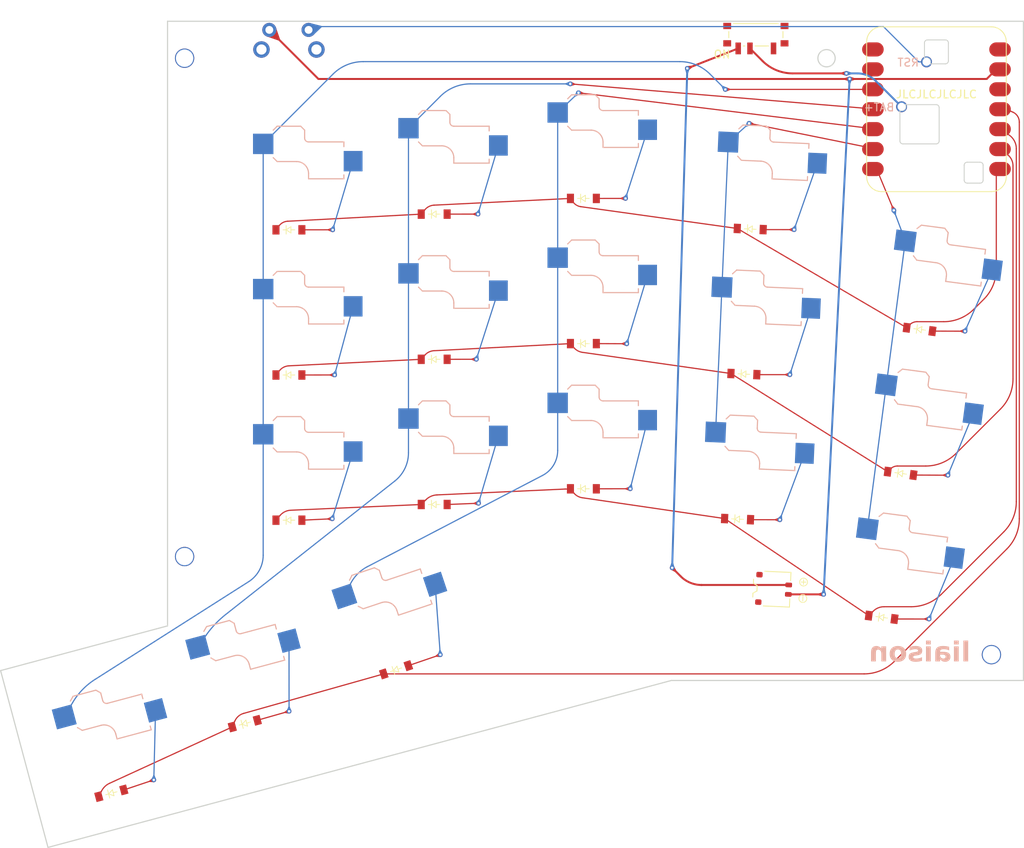
<source format=kicad_pcb>
(kicad_pcb (version 20240108) (generator "pcbnew") (generator_version "8.0")
  (title_block (title "Right") (rev "v1.0.0") (company "Unknown"))
  (layers (0 "F.Cu" signal) (31 "B.Cu" signal) (34 "B.Paste" user) (35 "F.Paste" user) (36 "B.SilkS" user "B.Silkscreen") (37 "F.SilkS" user "F.Silkscreen") (38 "B.Mask" user) (39 "F.Mask" user) (44 "Edge.Cuts" user))
  (net 0 "")
  (net 1 "D0")
  (net 2 "D1")
  (net 3 "C4")
  (net 4 "C3")
  (net 5 "C2")
  (net 6 "C1")
  (net 7 "C0")
  (net 8 "R0")
  (net 9 "R1")
  (net 10 "R2")
  (net 11 "R3")
  (net 12 "RAW3V3")
  (net 13 "RAW5V")
  (net 14 "GND")
  (net 15 "RST")
  (net 16 "BAT")
  (net 17 "mirror_pinky_bottom")
  (net 18 "mirror_pinky_home")
  (net 19 "mirror_pinky_top")
  (net 20 "mirror_ring_bottom")
  (net 21 "mirror_ring_home")
  (net 22 "mirror_ring_top")
  (net 23 "mirror_middle_bottom")
  (net 24 "mirror_middle_home")
  (net 25 "mirror_middle_top")
  (net 26 "mirror_index_bottom")
  (net 27 "mirror_index_home")
  (net 28 "mirror_index_top")
  (net 29 "mirror_inner_bottom")
  (net 30 "mirror_inner_home")
  (net 31 "mirror_inner_top")
  (net 32 "mirror_flexion_cluster")
  (net 33 "mirror_base_cluster")
  (net 34 "mirror_extension_cluster")
  (net 35 "BAT_CONN")
  (footprint "1:xiao_smd_xl_cutout_minimal" (layer "F.Cu") (at 343.670531 40.21654)
    (property "Reference" "MCU1" (hide yes))
    (property "Value" "" (hide yes))
    (fp_line (start -4.655408 0.101392) (end -4.655408 4.034592) (stroke (width 0.12)) (layer "Edge.Cuts"))
    (fp_line (start -4.274408 4.415592) (end -0.036608 4.415592) (stroke (width 0.12)) (layer "Edge.Cuts"))
    (fp_line (start -3.969608 -0.584408) (end -0.036608 -0.584408) (stroke (width 0.12)) (layer "Edge.Cuts"))
    (fp_line (start -1.530247 -6.470047) (end -1.530247 -8.451047) (stroke (width 0.12)) (layer "Edge.Cuts"))
    (fp_line (start -1.149247 -8.832047) (end 1.136553 -8.832047) (stroke (width 0.12)) (layer "Edge.Cuts"))
    (fp_line (start -0.844447 -5.784247) (end 1.136553 -5.784247) (stroke (width 0.12)) (layer "Edge.Cuts"))
    (fp_line (start 0.344392 -0.203408) (end 0.344392 4.034592) (stroke (width 0.12)) (layer "Edge.Cuts"))
    (fp_line (start 1.517553 -6.165247) (end 1.517553 -8.451047) (stroke (width 0.12)) (layer "Edge.Cuts"))
    (fp_line (start 3.530592 7.132409) (end 3.530592 9.037409) (stroke (width 0.12)) (layer "Edge.Cuts"))
    (fp_line (start 3.911592 6.751409) (end 5.562592 6.751409) (stroke (width 0.12)) (layer "Edge.Cuts"))
    (fp_line (start 3.911592 9.418409) (end 5.562592 9.418409) (stroke (width 0.12)) (layer "Edge.Cuts"))
    (fp_line (start 5.943592 7.132409) (end 5.943592 9.037409) (stroke (width 0.12)) (layer "Edge.Cuts"))
    (fp_arc (start -4.274408 4.415592) (mid -4.543816 4.304) (end -4.655408 4.034592) (stroke (width 0.12)) (layer "Edge.Cuts"))
    (fp_arc (start -3.969608 -0.584408) (mid -4.051799 0.019201) (end -4.655408 0.101392) (stroke (width 0.12)) (layer "Edge.Cuts"))
    (fp_arc (start -1.530247 -8.451047) (mid -1.418655 -8.720455) (end -1.149247 -8.832047) (stroke (width 0.12)) (layer "Edge.Cuts"))
    (fp_arc (start -1.530247 -6.470047) (mid -0.926638 -6.387856) (end -0.844447 -5.784247) (stroke (width 0.12)) (layer "Edge.Cuts"))
    (fp_arc (start -0.036608 -0.584408) (mid 0.2328 -0.472816) (end 0.344392 -0.203408) (stroke (width 0.12)) (layer "Edge.Cuts"))
    (fp_arc (start 0.344392 4.034592) (mid 0.2328 4.304) (end -0.036608 4.415592) (stroke (width 0.12)) (layer "Edge.Cuts"))
    (fp_arc (start 1.136553 -8.832047) (mid 1.405958 -8.720453) (end 1.517553 -8.451047) (stroke (width 0.12)) (layer "Edge.Cuts"))
    (fp_arc (start 1.517553 -6.165247) (mid 1.40596 -5.89584) (end 1.136553 -5.784247) (stroke (width 0.12)) (layer "Edge.Cuts"))
    (fp_arc (start 3.530592 7.132409) (mid 3.642181 6.862993) (end 3.911592 6.751409) (stroke (width 0.12)) (layer "Edge.Cuts"))
    (fp_arc (start 3.911592 9.418409) (mid 3.642186 9.306814) (end 3.530592 9.037409) (stroke (width 0.12)) (layer "Edge.Cuts"))
    (fp_arc (start 5.562592 6.751409) (mid 5.832002 6.862999) (end 5.943592 7.132409) (stroke (width 0.12)) (layer "Edge.Cuts"))
    (fp_arc (start 5.943592 9.037409) (mid 5.831996 9.306808) (end 5.562592 9.418409) (stroke (width 0.12)) (layer "Edge.Cuts"))
    (fp_text user "BAT+" (at -7.3 -0.25 0) (layer "B.SilkS") (effects (justify mirror)))
    (fp_text user "RST" (at -3.6 -5.95 0) (layer "B.SilkS") (effects (justify mirror)))
    (pad "1" smd oval (at -7.62 -7.62 180) (size 2.75 1.8) (drill (offset 0.475 0)) (layers "F.Cu" "F.Paste" "F.Mask") (net 1 "D0"))
    (pad "2" smd oval (at -7.62 -5.08 180) (size 2.75 1.8) (drill (offset 0.475 0)) (layers "F.Cu" "F.Paste" "F.Mask") (net 2 "D1"))
    (pad "3" smd oval (at -7.62 -2.54 180) (size 2.75 1.8) (drill (offset 0.475 0)) (layers "F.Cu" "F.Paste" "F.Mask") (net 3 "C4"))
    (pad "4" smd oval (at -7.62 0 180) (size 2.75 1.8) (drill (offset 0.475 0)) (layers "F.Cu" "F.Paste" "F.Mask") (net 4 "C3"))
    (pad "5" smd oval (at -7.62 2.54 180) (size 2.75 1.8) (drill (offset 0.475 0)) (layers "F.Cu" "F.Paste" "F.Mask") (net 5 "C2"))
    (pad "6" smd oval (at -7.62 5.08 180) (size 2.75 1.8) (drill (offset 0.475 0)) (layers "F.Cu" "F.Paste" "F.Mask") (net 6 "C1"))
    (pad "7" smd oval (at -7.62 7.62 180) (size 2.75 1.8) (drill (offset 0.475 0)) (layers "F.Cu" "F.Paste" "F.Mask") (net 7 "C0"))
    (pad "8" smd oval (at 7.62 7.62) (size 2.75 1.8) (drill (offset 0.475 0)) (layers "F.Cu" "F.Paste" "F.Mask") (net 8 "R0"))
    (pad "9" smd oval (at 7.62 5.08) (size 2.75 1.8) (drill (offset 0.475 0)) (layers "F.Cu" "F.Paste" "F.Mask") (net 9 "R1"))
    (pad "10" smd oval (at 7.62 2.54) (size 2.75 1.8) (drill (offset 0.475 0)) (layers "F.Cu" "F.Paste" "F.Mask") (net 10 "R2"))
    (pad "11" smd oval (at 7.62 0) (size 2.75 1.8) (drill (offset 0.475 0)) (layers "F.Cu" "F.Paste" "F.Mask") (net 11 "R3"))
    (pad "12" smd oval (at 7.62 -2.54) (size 2.75 1.8) (drill (offset 0.475 0)) (layers "F.Cu" "F.Paste" "F.Mask") (net 12 "RAW3V3"))
    (pad "13" smd oval (at 7.62 -5.08) (size 2.75 1.8) (drill (offset 0.475 0)) (layers "F.Cu" "F.Paste" "F.Mask") (net 14 "GND"))
    (pad "14" smd oval (at 7.62 -7.62) (size 2.75 1.8) (drill (offset 0.475 0)) (layers "F.Cu" "F.Paste" "F.Mask") (net 13 "RAW5V"))
    (pad "17" thru_hole circle (at -1.27 -6.032 90) (size 1.397 1.397) (drill 1.016) (layers "*.Cu" "*.Mask") (net 15 "RST"))
    (pad "19" thru_hole circle (at -4.445 -0.317 180) (size 1.397 1.397) (drill 1.016) (layers "*.Cu" "*.Mask") (net 16 "BAT"))
  )
  (footprint "ComboDiode" (layer "F.Cu") (at 261.2066 55.582685)
    (property "Reference" "D15" (hide yes))
    (property "Value" "")
    (pad "1" smd rect (at -1.65 0) (size 0.9 1.2) (layers "F.Cu" "F.Paste" "F.Mask") (net 8 "R0"))
    (pad "2" smd rect (at 1.65 0) (size 0.9 1.2) (layers "F.Cu" "F.Paste" "F.Mask") (net 31 "mirror_inner_top"))
  )
  (footprint "ComboDiode" (layer "F.Cu") (at 298.7066 70.082685)
    (property "Reference" "D8" (hide yes))
    (property "Value" "")
    (pad "1" smd rect (at -1.65 0) (size 0.9 1.2) (layers "F.Cu" "F.Paste" "F.Mask") (net 9 "R1"))
    (pad "2" smd rect (at 1.65 0) (size 0.9 1.2) (layers "F.Cu" "F.Paste" "F.Mask") (net 24 "mirror_middle_home"))
  )
  (footprint "ComboDiode" (layer "F.Cu") (at 298.7066 51.582685)
    (property "Reference" "D9" (hide yes))
    (property "Value" "")
    (pad "1" smd rect (at -1.65 0) (size 0.9 1.2) (layers "F.Cu" "F.Paste" "F.Mask") (net 8 "R0"))
    (pad "2" smd rect (at 1.65 0) (size 0.9 1.2) (layers "F.Cu" "F.Paste" "F.Mask") (net 25 "mirror_middle_top"))
  )
  (footprint "SKHLLCA010" (layer "F.Cu") (at 261.210531 31.35854)
    (property "Reference" "S19" (hide yes))
    (property "Value" "SKHLLCA010")
    (pad "1" thru_hole circle (at 2.5 -1.25) (size 1.8 1.8) (drill 1) (layers "*.Cu" "B.Mask") (net 15 "RST"))
    (pad "2" thru_hole circle (at -2.5 -1.25) (size 1.8 1.8) (drill 1) (layers "*.Cu" "B.Mask") (net 14 "GND"))
    (pad "MP" thru_hole circle (at -3.5 1.25) (size 2.1 2.1) (drill 1.3) (layers "*.Cu" "*.Mask"))
    (pad "MP" thru_hole circle (at 3.5 1.25) (size 2.1 2.1) (drill 1.3) (layers "*.Cu" "*.Mask"))
  )
  (footprint "conn_molex_pico_ezmate_1x02" (layer "F.Cu") (at 322.954492 101.354278 -92.5)
    (property "Reference" "CONN1" (hide yes))
    (property "Value" "")
    (pad "1" smd roundrect (at -0.6 -1.875 267.5) (size 0.6 0.85) (layers "F.Cu" "F.Paste" "F.Mask") (net 35 "BAT_CONN"))
    (pad "2" smd roundrect (at 0.6 -1.875 267.5) (size 0.6 0.85) (layers "F.Cu" "F.Paste" "F.Mask") (net 14 "GND"))
    (pad "MP" smd roundrect (at -1.75 1.9 267.5) (size 0.7 0.8) (layers "F.Cu" "F.Paste" "F.Mask"))
    (pad "MP" smd roundrect (at 1.75 1.9 267.5) (size 0.7 0.8) (layers "F.Cu" "F.Paste" "F.Mask"))
  )
  (footprint "ComboDiode" (layer "F.Cu") (at 279.7066 53.582685)
    (property "Reference" "D12" (hide yes))
    (property "Value" "")
    (pad "1" smd rect (at -1.65 0) (size 0.9 1.2) (layers "F.Cu" "F.Paste" "F.Mask") (net 8 "R0"))
    (pad "2" smd rect (at 1.65 0) (size 0.9 1.2) (layers "F.Cu" "F.Paste" "F.Mask") (net 28 "mirror_index_top"))
  )
  (footprint "mounting_hole" (layer "F.Cu") (at 247.920531 33.71654)
    (property "Reference" "H1" (hide yes))
    (property "Value" "")
    (pad "" thru_hole circle (at 0 0 180) (size 2.46 2.46) (drill 2.2) (layers "*.Cu" "*.Mask"))
  )
  (footprint "ComboDiode" (layer "F.Cu") (at 318.338609 92.447459 -2.5)
    (property "Reference" "D4" (hide yes))
    (property "Value" "")
    (pad "1" smd rect (at -1.65 0 357.5) (size 0.9 1.2) (layers "F.Cu" "F.Paste" "F.Mask") (net 10 "R2"))
    (pad "2" smd rect (at 1.65 0 357.5) (size 0.9 1.2) (layers "F.Cu" "F.Paste" "F.Mask") (net 20 "mirror_ring_bottom"))
  )
  (footprint "ComboDiode" (layer "F.Cu") (at 261.2066 74.082685)
    (property "Reference" "D14" (hide yes))
    (property "Value" "")
    (pad "1" smd rect (at -1.65 0) (size 0.9 1.2) (layers "F.Cu" "F.Paste" "F.Mask") (net 9 "R1"))
    (pad "2" smd rect (at 1.65 0) (size 0.9 1.2) (layers "F.Cu" "F.Paste" "F.Mask") (net 30 "mirror_inner_home"))
  )
  (footprint "ComboDiode" (layer "F.Cu") (at 274.850277 111.64179 18.5)
    (property "Reference" "D16" (hide yes))
    (property "Value" "")
    (pad "1" smd rect (at -1.65 0 18.5) (size 0.9 1.2) (layers "F.Cu" "F.Paste" "F.Mask") (net 11 "R3"))
    (pad "2" smd rect (at 1.65 0 18.5) (size 0.9 1.2) (layers "F.Cu" "F.Paste" "F.Mask") (net 32 "mirror_flexion_cluster"))
  )
  (footprint "ComboDiode" (layer "F.Cu") (at 261.2066 92.582685)
    (property "Reference" "D13" (hide yes))
    (property "Value" "")
    (pad "1" smd rect (at -1.65 0) (size 0.9 1.2) (layers "F.Cu" "F.Paste" "F.Mask") (net 10 "R2"))
    (pad "2" smd rect (at 1.65 0) (size 0.9 1.2) (layers "F.Cu" "F.Paste" "F.Mask") (net 29 "mirror_inner_bottom"))
  )
  (footprint "ComboDiode" (layer "F.Cu") (at 339.103165 86.615494 -7.5)
    (property "Reference" "D2" (hide yes))
    (property "Value" "")
    (pad "1" smd rect (at -1.65 0 352.5) (size 0.9 1.2) (layers "F.Cu" "F.Paste" "F.Mask") (net 9 "R1"))
    (pad "2" smd rect (at 1.65 0 352.5) (size 0.9 1.2) (layers "F.Cu" "F.Paste" "F.Mask") (net 18 "mirror_pinky_home"))
  )
  (footprint "ComboDiode" (layer "F.Cu") (at 279.7066 90.582685)
    (property "Reference" "D10" (hide yes))
    (property "Value" "")
    (pad "1" smd rect (at -1.65 0) (size 0.9 1.2) (layers "F.Cu" "F.Paste" "F.Mask") (net 10 "R2"))
    (pad "2" smd rect (at 1.65 0) (size 0.9 1.2) (layers "F.Cu" "F.Paste" "F.Mask") (net 26 "mirror_index_bottom"))
  )
  (footprint "mounting_hole" (layer "F.Cu") (at 247.920531 97.21654)
    (property "Reference" "H3" (hide yes))
    (property "Value" "")
    (pad "" thru_hole circle (at 0 0 180) (size 2.46 2.46) (drill 2.2) (layers "*.Cu" "*.Mask"))
  )
  (footprint "ComboDiode" (layer "F.Cu") (at 319.952526 55.482674 -2.5)
    (property "Reference" "D6" (hide yes))
    (property "Value" "")
    (pad "1" smd rect (at -1.65 0 357.5) (size 0.9 1.2) (layers "F.Cu" "F.Paste" "F.Mask") (net 8 "R0"))
    (pad "2" smd rect (at 1.65 0 357.5) (size 0.9 1.2) (layers "F.Cu" "F.Paste" "F.Mask") (net 22 "mirror_ring_top"))
  )
  (footprint "icon_bat" (layer "F.Cu") (at 326.700923 101.517851 -92.5)
    (property "Reference" "ICON1" (hide yes))
    (property "Value" "")
  )
  (footprint "power_switch" (layer "F.Cu") (at 320.670531 30.73354 90)
    (property "Reference" "SW1" (hide yes))
    (property "Value" "")
    (pad "" smd rect (at -1.085 -3.65 180) (size 1 0.8) (layers "F.Cu" "F.Paste" "F.Mask"))
    (pad "" smd rect (at -1.085 3.65 180) (size 1 0.8) (layers "F.Cu" "F.Paste" "F.Mask"))
    (pad "" np_thru_hole circle (at 0.025 -1.5 180) (size 0.9 0.9) (drill 0.9) (layers "*.Cu" "*.Mask"))
    (pad "" np_thru_hole circle (at 0.025 1.5 180) (size 0.9 0.9) (drill 0.9) (layers "*.Cu" "*.Mask"))
    (pad "" smd rect (at 1.125 -3.65 180) (size 1 0.8) (layers "F.Cu" "F.Paste" "F.Mask"))
    (pad "" smd rect (at 1.125 3.65 180) (size 1 0.8) (layers "F.Cu" "F.Paste" "F.Mask"))
    (pad "1" smd rect (at -1.735 2.25 180) (size 0.7 1.5) (layers "F.Cu" "F.Paste" "F.Mask"))
    (pad "2" smd rect (at -1.735 -0.75 180) (size 0.7 1.5) (layers "F.Cu" "F.Paste" "F.Mask") (net 16 "BAT"))
    (pad "3" smd rect (at -1.735 -2.25 180) (size 0.7 1.5) (layers "F.Cu" "F.Paste" "F.Mask") (net 35 "BAT_CONN"))
  )
  (footprint "ComboDiode" (layer "F.Cu") (at 255.587699 118.50284 15)
    (property "Reference" "D17" (hide yes))
    (property "Value" "")
    (pad "1" smd rect (at -1.65 -0.000001 15) (size 0.9 1.2) (layers "F.Cu" "F.Paste" "F.Mask") (net 11 "R3"))
    (pad "2" smd rect (at 1.65 0.000001 15) (size 0.9 1.2) (layers "F.Cu" "F.Paste" "F.Mask") (net 33 "mirror_base_cluster"))
  )
  (footprint "ComboDiode" (layer "F.Cu") (at 319.145568 73.965066 -2.5)
    (property "Reference" "D5" (hide yes))
    (property "Value" "")
    (pad "1" smd rect (at -1.65 0 357.5) (size 0.9 1.2) (layers "F.Cu" "F.Paste" "F.Mask") (net 9 "R1"))
    (pad "2" smd rect (at 1.65 0 357.5) (size 0.9 1.2) (layers "F.Cu" "F.Paste" "F.Mask") (net 21 "mirror_ring_home"))
  )
  (footprint "ComboDiode" (layer "F.Cu") (at 298.7066 88.582685)
    (property "Reference" "D7" (hide yes))
    (property "Value" "")
    (pad "1" smd rect (at -1.65 0) (size 0.9 1.2) (layers "F.Cu" "F.Paste" "F.Mask") (net 10 "R2"))
    (pad "2" smd rect (at 1.65 0) (size 0.9 1.2) (layers "F.Cu" "F.Paste" "F.Mask") (net 23 "mirror_middle_bottom"))
  )
  (footprint "ComboDiode" (layer "F.Cu") (at 341.5179 68.273765 -7.5)
    (property "Reference" "D3" (hide yes))
    (property "Value" "")
    (pad "1" smd rect (at -1.65 0 352.5) (size 0.9 1.2) (layers "F.Cu" "F.Paste" "F.Mask") (net 8 "R0"))
    (pad "2" smd rect (at 1.65 0 352.5) (size 0.9 1.2) (layers "F.Cu" "F.Paste" "F.Mask") (net 19 "mirror_pinky_top"))
  )
  (footprint "mounting_hole" (layer "F.Cu") (at 350.670531 109.71654)
    (property "Reference" "H2" (hide yes))
    (property "Value" "" (hide yes))
    (pad "" thru_hole circle (at 0 0 180) (size 2.46 2.46) (drill 2.2) (layers "*.Cu" "*.Mask"))
  )
  (footprint "ComboDiode" (layer "F.Cu") (at 279.7066 72.082685)
    (property "Reference" "D11" (hide yes))
    (property "Value" "")
    (pad "1" smd rect (at -1.65 0) (size 0.9 1.2) (layers "F.Cu" "F.Paste" "F.Mask") (net 9 "R1"))
    (pad "2" smd rect (at 1.65 0) (size 0.9 1.2) (layers "F.Cu" "F.Paste" "F.Mask") (net 27 "mirror_index_home"))
  )
  (footprint "ComboDiode" (layer "F.Cu") (at 336.688431 104.957224 -7.5)
    (property "Reference" "D1" (hide yes))
    (property "Value" "")
    (pad "1" smd rect (at -1.65 0 352.5) (size 0.9 1.2) (layers "F.Cu" "F.Paste" "F.Mask") (net 10 "R2"))
    (pad "2" smd rect (at 1.65 0 352.5) (size 0.9 1.2) (layers "F.Cu" "F.Paste" "F.Mask") (net 17 "mirror_pinky_bottom"))
  )
  (footprint "ComboDiode" (layer "F.Cu") (at 238.590403 127.378164 15)
    (property "Reference" "D18" (hide yes))
    (property "Value" "")
    (pad "1" smd rect (at -1.65 -0.000001 15) (size 0.9 1.2) (layers "F.Cu" "F.Paste" "F.Mask") (net 11 "R3"))
    (pad "2" smd rect (at 1.65 0.000001 15) (size 0.9 1.2) (layers "F.Cu" "F.Paste" "F.Mask") (net 34 "mirror_extension_cluster"))
  )
  (footprint "ceoloide:switch_choc_v1_v2" (layer "B.Cu") (at 337.341062 100 -7.5)
    (property "Reference" "S1" (hide yes))
    (property "Value" "")
    (pad "" np_thru_hole circle (at -5.5 0 352.5) (size 1.9 1.9) (drill 1.9) (layers "*.Cu"))
    (pad "" np_thru_hole circle (at 0 -5.95 352.5) (size 3 3) (drill 3) (layers "*.Cu" "*.Mask"))
    (pad "" np_thru_hole circle (at 0 0 352.5) (size 5 5) (drill 5) (layers "*.Cu"))
    (pad "" np_thru_hole circle (at 5.000001 -3.75 187.5) (size 3 3) (drill 3) (layers "*.Cu" "*.Mask"))
    (pad "" np_thru_hole circle (at 5.5 0 352.5) (size 1.9 1.9) (drill 1.9) (layers "*.Cu"))
    (pad "1" smd rect (at -3.275 -5.95 352.5) (size 2.6 2.6) (layers "B.Cu" "B.Paste" "B.Mask") (net 7 "C0"))
    (pad "2" smd rect (at 8.175 -3.75 352.5) (size 2.4 2.6) (layers "B.Cu" "B.Paste" "B.Mask") (net 17 "mirror_pinky_bottom"))
  )
  (footprint "ceoloide:switch_choc_v1_v2" (layer "B.Cu") (at 279.7066 85.582685)
    (property "Reference" "S10" (hide yes))
    (property "Value" "")
    (pad "" np_thru_hole circle (at -5.5 0) (size 1.9 1.9) (drill 1.9) (layers "*.Cu"))
    (pad "" np_thru_hole circle (at 0 -5.95) (size 3 3) (drill 3) (layers "*.Cu" "*.Mask"))
    (pad "" np_thru_hole circle (at 0 0) (size 5 5) (drill 5) (layers "*.Cu"))
    (pad "" np_thru_hole circle (at 5 -3.75 195) (size 3 3) (drill 3) (layers "*.Cu" "*.Mask"))
    (pad "" np_thru_hole circle (at 5.5 0) (size 1.9 1.9) (drill 1.9) (layers "*.Cu"))
    (pad "1" smd rect (at -3.275 -5.95) (size 2.6 2.6) (layers "B.Cu" "B.Paste" "B.Mask") (net 4 "C3"))
    (pad "2" smd rect (at 8.175 -3.75) (size 2.4 2.6) (layers "B.Cu" "B.Paste" "B.Mask") (net 26 "mirror_index_bottom"))
  )
  (footprint "ceoloide:switch_choc_v1_v2" (layer "B.Cu") (at 320.170623 50.487433 -2.5)
    (property "Reference" "S6" (hide yes))
    (property "Value" "")
    (pad "" np_thru_hole circle (at -5.5 0 357.5) (size 1.9 1.9) (drill 1.9) (layers "*.Cu"))
    (pad "" np_thru_hole circle (at 0 -5.95 357.5) (size 3 3) (drill 3) (layers "*.Cu" "*.Mask"))
    (pad "" np_thru_hole circle (at 0 0 357.5) (size 5 5) (drill 5) (layers "*.Cu"))
    (pad "" np_thru_hole circle (at 5 -3.75 192.5) (size 3 3) (drill 3) (layers "*.Cu" "*.Mask"))
    (pad "" np_thru_hole circle (at 5.5 0 357.5) (size 1.9 1.9) (drill 1.9) (layers "*.Cu"))
    (pad "1" smd rect (at -3.275 -5.95 357.5) (size 2.6 2.6) (layers "B.Cu" "B.Paste" "B.Mask") (net 6 "C1"))
    (pad "2" smd rect (at 8.175 -3.75 357.5) (size 2.4 2.6) (layers "B.Cu" "B.Paste" "B.Mask") (net 22 "mirror_ring_top"))
  )
  (footprint "ceoloide:switch_choc_v1_v2" (layer "B.Cu") (at 273.263754 106.900172 18.5)
    (property "Reference" "S16" (hide yes))
    (property "Value" "")
    (pad "" np_thru_hole circle (at -5.5 0 18.5) (size 1.9 1.9) (drill 1.9) (layers "*.Cu"))
    (pad "" np_thru_hole circle (at 0 -5.95 18.5) (size 3 3) (drill 3) (layers "*.Cu" "*.Mask"))
    (pad "" np_thru_hole circle (at 0 0 18.5) (size 5 5) (drill 5) (layers "*.Cu"))
    (pad "" np_thru_hole circle (at 5 -3.75 213.5) (size 3 3) (drill 3) (layers "*.Cu" "*.Mask"))
    (pad "" np_thru_hole circle (at 5.5 0 18.5) (size 1.9 1.9) (drill 1.9) (layers "*.Cu"))
    (pad "1" smd rect (at -3.275 -5.95 18.5) (size 2.6 2.6) (layers "B.Cu" "B.Paste" "B.Mask") (net 5 "C2"))
    (pad "2" smd rect (at 8.175 -3.75 18.5) (size 2.4 2.6) (layers "B.Cu" "B.Paste" "B.Mask") (net 32 "mirror_flexion_cluster"))
  )
  (footprint "ceoloide:switch_choc_v1_v2" (layer "B.Cu") (at 319.363665 68.969825 -2.5)
    (property "Reference" "S5" (hide yes))
    (property "Value" "")
    (pad "" np_thru_hole circle (at -5.5 0 357.5) (size 1.9 1.9) (drill 1.9) (layers "*.Cu"))
    (pad "" np_thru_hole circle (at 0 -5.95 357.5) (size 3 3) (drill 3) (layers "*.Cu" "*.Mask"))
    (pad "" np_thru_hole circle (at 0 0 357.5) (size 5 5) (drill 5) (layers "*.Cu"))
    (pad "" np_thru_hole circle (at 5 -3.75 192.5) (size 3 3) (drill 3) (layers "*.Cu" "*.Mask"))
    (pad "" np_thru_hole circle (at 5.5 0 357.5) (size 1.9 1.9) (drill 1.9) (layers "*.Cu"))
    (pad "1" smd rect (at -3.275 -5.95 357.5) (size 2.6 2.6) (layers "B.Cu" "B.Paste" "B.Mask") (net 6 "C1"))
    (pad "2" smd rect (at 8.175 -3.75 357.5) (size 2.4 2.6) (layers "B.Cu" "B.Paste" "B.Mask") (net 21 "mirror_ring_home"))
  )
  (footprint "ceoloide:switch_choc_v1_v2" (layer "B.Cu") (at 279.7066 67.082685)
    (property "Reference" "S11" (hide yes))
    (property "Value" "")
    (pad "" np_thru_hole circle (at -5.5 0) (size 1.9 1.9) (drill 1.9) (layers "*.Cu"))
    (pad "" np_thru_hole circle (at 0 -5.95) (size 3 3) (drill 3) (layers "*.Cu" "*.Mask"))
    (pad "" np_thru_hole circle (at 0 0) (size 5 5) (drill 5) (layers "*.Cu"))
    (pad "" np_thru_hole circle (at 5 -3.75 195) (size 3 3) (drill 3) (layers "*.Cu" "*.Mask"))
    (pad "" np_thru_hole circle (at 5.5 0) (size 1.9 1.9) (drill 1.9) (layers "*.Cu"))
    (pad "1" smd rect (at -3.275 -5.95) (size 2.6 2.6) (layers "B.Cu" "B.Paste" "B.Mask") (net 4 "C3"))
    (pad "2" smd rect (at 8.175 -3.75) (size 2.4 2.6) (layers "B.Cu" "B.Paste" "B.Mask") (net 27 "mirror_index_home"))
  )
  (footprint "ceoloide:switch_choc_v1_v2" (layer "B.Cu") (at 261.2066 50.582685)
    (property "Reference" "S15" (hide yes))
    (property "Value" "")
    (pad "" np_thru_hole circle (at -5.5 0) (size 1.9 1.9) (drill 1.9) (layers "*.Cu"))
    (pad "" np_thru_hole circle (at 0 -5.95) (size 3 3) (drill 3) (layers "*.Cu" "*.Mask"))
    (pad "" np_thru_hole circle (at 0 0) (size 5 5) (drill 5) (layers "*.Cu"))
    (pad "" np_thru_hole circle (at 5 -3.75 195) (size 3 3) (drill 3) (layers "*.Cu" "*.Mask"))
    (pad "" np_thru_hole circle (at 5.5 0) (size 1.9 1.9) (drill 1.9) (layers "*.Cu"))
    (pad "1" smd rect (at -3.275 -5.95) (size 2.6 2.6) (layers "B.Cu" "B.Paste" "B.Mask") (net 3 "C4"))
    (pad "2" smd rect (at 8.175 -3.75) (size 2.4 2.6) (layers "B.Cu" "B.Paste" "B.Mask") (net 31 "mirror_inner_top"))
  )
  (footprint "ceoloide:switch_choc_v1_v2" (layer "B.Cu") (at 298.7066 46.582685)
    (property "Reference" "S9" (hide yes))
    (property "Value" "")
    (pad "" np_thru_hole circle (at -5.5 0) (size 1.9 1.9) (drill 1.9) (layers "*.Cu"))
    (pad "" np_thru_hole circle (at 0 -5.95) (size 3 3) (drill 3) (layers "*.Cu" "*.Mask"))
    (pad "" np_thru_hole circle (at 0 0) (size 5 5) (drill 5) (layers "*.Cu"))
    (pad "" np_thru_hole circle (at 5 -3.75 195) (size 3 3) (drill 3) (layers "*.Cu" "*.Mask"))
    (pad "" np_thru_hole circle (at 5.5 0) (size 1.9 1.9) (drill 1.9) (layers "*.Cu"))
    (pad "1" smd rect (at -3.275 -5.95) (size 2.6 2.6) (layers "B.Cu" "B.Paste" "B.Mask") (net 5 "C2"))
    (pad "2" smd rect (at 8.175 -3.75) (size 2.4 2.6) (layers "B.Cu" "B.Paste" "B.Mask") (net 25 "mirror_middle_top"))
  )
  (footprint "ceoloide:switch_choc_v1_v2" (layer "B.Cu") (at 298.7066 65.082685)
    (property "Reference" "S8" (hide yes))
    (property "Value" "")
    (pad "" np_thru_hole circle (at -5.5 0) (size 1.9 1.9) (drill 1.9) (layers "*.Cu"))
    (pad "" np_thru_hole circle (at 0 -5.95) (size 3 3) (drill 3) (layers "*.Cu" "*.Mask"))
    (pad "" np_thru_hole circle (at 0 0) (size 5 5) (drill 5) (layers "*.Cu"))
    (pad "" np_thru_hole circle (at 5 -3.75 195) (size 3 3) (drill 3) (layers "*.Cu" "*.Mask"))
    (pad "" np_thru_hole circle (at 5.5 0) (size 1.9 1.9) (drill 1.9) (layers "*.Cu"))
    (pad "1" smd rect (at -3.275 -5.95) (size 2.6 2.6) (layers "B.Cu" "B.Paste" "B.Mask") (net 5 "C2"))
    (pad "2" smd rect (at 8.175 -3.75) (size 2.4 2.6) (layers "B.Cu" "B.Paste" "B.Mask") (net 24 "mirror_middle_home"))
  )
  (footprint "ceoloide:switch_choc_v1_v2" (layer "B.Cu") (at 318.556706 87.452217 -2.5)
    (property "Reference" "S4" (hide yes))
    (property "Value" "")
    (pad "" np_thru_hole circle (at -5.5 0 357.5) (size 1.9 1.9) (drill 1.9) (layers "*.Cu"))
    (pad "" np_thru_hole circle (at 0 -5.95 357.5) (size 3 3) (drill 3) (layers "*.Cu" "*.Mask"))
    (pad "" np_thru_hole circle (at 0 0 357.5) (size 5 5) (drill 5) (layers "*.Cu"))
    (pad "" np_thru_hole circle (at 5 -3.75 192.5) (size 3 3) (drill 3) (layers "*.Cu" "*.Mask"))
    (pad "" np_thru_hole circle (at 5.5 0 357.5) (size 1.9 1.9) (drill 1.9) (layers "*.Cu"))
    (pad "1" smd rect (at -3.275 -5.95 357.5) (size 2.6 2.6) (layers "B.Cu" "B.Paste" "B.Mask") (net 6 "C1"))
    (pad "2" smd rect (at 8.175 -3.75 357.5) (size 2.4 2.6) (layers "B.Cu" "B.Paste" "B.Mask") (net 20 "mirror_ring_bottom"))
  )
  (footprint "ceoloide:switch_choc_v1_v2" (layer "B.Cu") (at 298.7066 83.582685)
    (property "Reference" "S7" (hide yes))
    (property "Value" "")
    (pad "" np_thru_hole circle (at -5.5 0) (size 1.9 1.9) (drill 1.9) (layers "*.Cu"))
    (pad "" np_thru_hole circle (at 0 -5.95) (size 3 3) (drill 3) (layers "*.Cu" "*.Mask"))
    (pad "" np_thru_hole circle (at 0 0) (size 5 5) (drill 5) (layers "*.Cu"))
    (pad "" np_thru_hole circle (at 5 -3.75 195) (size 3 3) (drill 3) (layers "*.Cu" "*.Mask"))
    (pad "" np_thru_hole circle (at 5.5 0) (size 1.9 1.9) (drill 1.9) (layers "*.Cu"))
    (pad "1" smd rect (at -3.275 -5.95) (size 2.6 2.6) (layers "B.Cu" "B.Paste" "B.Mask") (net 5 "C2"))
    (pad "2" smd rect (at 8.175 -3.75) (size 2.4 2.6) (layers "B.Cu" "B.Paste" "B.Mask") (net 23 "mirror_middle_bottom"))
  )
  (footprint "ceoloide:switch_choc_v1_v2" (layer "B.Cu") (at 254.293604 113.673211 15)
    (property "Reference" "S17" (hide yes))
    (property "Value" "")
    (pad "" np_thru_hole circle (at -5.5 0 15) (size 1.9 1.9) (drill 1.9) (layers "*.Cu"))
    (pad "" np_thru_hole circle (at 0 -5.95 15) (size 3 3) (drill 3) (layers "*.Cu" "*.Mask"))
    (pad "" np_thru_hole circle (at 0 0 15) (size 5 5) (drill 5) (layers "*.Cu"))
    (pad "" np_thru_hole circle (at 5 -3.75 210) (size 3 3) (drill 3) (layers "*.Cu" "*.Mask"))
    (pad "" np_thru_hole circle (at 5.5 0 15) (size 1.9 1.9) (drill 1.9) (layers "*.Cu"))
    (pad "1" smd rect (at -3.275 -5.95 15) (size 2.6 2.6) (layers "B.Cu" "B.Paste" "B.Mask") (net 4 "C3"))
    (pad "2" smd rect (at 8.175 -3.75 15) (size 2.4 2.6) (layers "B.Cu" "B.Paste" "B.Mask") (net 33 "mirror_base_cluster"))
  )
  (footprint "ceoloide:switch_choc_v1_v2" (layer "B.Cu") (at 342.170531 63.31654 -7.5)
    (property "Reference" "S3" (hide yes))
    (property "Value" "")
    (pad "" np_thru_hole circle (at -5.5 0 352.5) (size 1.9 1.9) (drill 1.9) (layers "*.Cu"))
    (pad "" np_thru_hole circle (at 0 -5.95 352.5) (size 3 3) (drill 3) (layers "*.Cu" "*.Mask"))
    (pad "" np_thru_hole circle (at 0 0 352.5) (size 5 5) (drill 5) (layers "*.Cu"))
    (pad "" np_thru_hole circle (at 5.000001 -3.75 187.5) (size 3 3) (drill 3) (layers "*.Cu" "*.Mask"))
    (pad "" np_thru_hole circle (at 5.5 0 352.5) (size 1.9 1.9) (drill 1.9) (layers "*.Cu"))
    (pad "1" smd rect (at -3.275 -5.95 352.5) (size 2.6 2.6) (layers "B.Cu" "B.Paste" "B.Mask") (net 7 "C0"))
    (pad "2" smd rect (at 8.175 -3.75 352.5) (size 2.4 2.6) (layers "B.Cu" "B.Paste" "B.Mask") (net 19 "mirror_pinky_top"))
  )
  (footprint "ceoloide:switch_choc_v1_v2" (layer "B.Cu") (at 279.7066 48.582685)
    (property "Reference" "S12" (hide yes))
    (property "Value" "")
    (pad "" np_thru_hole circle (at -5.5 0) (size 1.9 1.9) (drill 1.9) (layers "*.Cu"))
    (pad "" np_thru_hole circle (at 0 -5.95) (size 3 3) (drill 3) (layers "*.Cu" "*.Mask"))
    (pad "" np_thru_hole circle (at 0 0) (size 5 5) (drill 5) (layers "*.Cu"))
    (pad "" np_thru_hole circle (at 5 -3.75 195) (size 3 3) (drill 3) (layers "*.Cu" "*.Mask"))
    (pad "" np_thru_hole circle (at 5.5 0) (size 1.9 1.9) (drill 1.9) (layers "*.Cu"))
    (pad "1" smd rect (at -3.275 -5.95) (size 2.6 2.6) (layers "B.Cu" "B.Paste" "B.Mask") (net 4 "C3"))
    (pad "2" smd rect (at 8.175 -3.75) (size 2.4 2.6) (layers "B.Cu" "B.Paste" "B.Mask") (net 28 "mirror_index_top"))
  )
  (footprint "ceoloide:switch_choc_v1_v2" (layer "B.Cu") (at 339.755796 81.65827 -7.5)
    (property "Reference" "S2" (hide yes))
    (property "Value" "")
    (pad "" np_thru_hole circle (at -5.5 0 352.5) (size 1.9 1.9) (drill 1.9) (layers "*.Cu"))
    (pad "" np_thru_hole circle (at 0 -5.95 352.5) (size 3 3) (drill 3) (layers "*.Cu" "*.Mask"))
    (pad "" np_thru_hole circle (at 0 0 352.5) (size 5 5) (drill 5) (layers "*.Cu"))
    (pad "" np_thru_hole circle (at 5.000001 -3.75 187.5) (size 3 3) (drill 3) (layers "*.Cu" "*.Mask"))
    (pad "" np_thru_hole circle (at 5.5 0 352.5) (size 1.9 1.9) (drill 1.9) (layers "*.Cu"))
    (pad "1" smd rect (at -3.275 -5.95 352.5) (size 2.6 2.6) (layers "B.Cu" "B.Paste" "B.Mask") (net 7 "C0"))
    (pad "2" smd rect (at 8.175 -3.75 352.5) (size 2.4 2.6) (layers "B.Cu" "B.Paste" "B.Mask") (net 18 "mirror_pinky_home"))
  )
  (footprint "ceoloide:switch_choc_v1_v2" (layer "B.Cu") (at 261.2066 87.582685)
    (property "Reference" "S13" (hide yes))
    (property "Value" "")
    (pad "" np_thru_hole circle (at -5.5 0) (size 1.9 1.9) (drill 1.9) (layers "*.Cu"))
    (pad "" np_thru_hole circle (at 0 -5.95) (size 3 3) (drill 3) (layers "*.Cu" "*.Mask"))
    (pad "" np_thru_hole circle (at 0 0) (size 5 5) (drill 5) (layers "*.Cu"))
    (pad "" np_thru_hole circle (at 5 -3.75 195) (size 3 3) (drill 3) (layers "*.Cu" "*.Mask"))
    (pad "" np_thru_hole circle (at 5.5 0) (size 1.9 1.9) (drill 1.9) (layers "*.Cu"))
    (pad "1" smd rect (at -3.275 -5.95) (size 2.6 2.6) (layers "B.Cu" "B.Paste" "B.Mask") (net 3 "C4"))
    (pad "2" smd rect (at 8.175 -3.75) (size 2.4 2.6) (layers "B.Cu" "B.Paste" "B.Mask") (net 29 "mirror_inner_bottom"))
  )
  (footprint "ceoloide:switch_choc_v1_v2" (layer "B.Cu") (at 261.2066 69.082685)
    (property "Reference" "S14" (hide yes))
    (property "Value" "")
    (pad "" np_thru_hole circle (at -5.5 0) (size 1.9 1.9) (drill 1.9) (layers "*.Cu"))
    (pad "" np_thru_hole circle (at 0 -5.95) (size 3 3) (drill 3) (layers "*.Cu" "*.Mask"))
    (pad "" np_thru_hole circle (at 0 0) (size 5 5) (drill 5) (layers "*.Cu"))
    (pad "" np_thru_hole circle (at 5 -3.75 195) (size 3 3) (drill 3) (layers "*.Cu" "*.Mask"))
    (pad "" np_thru_hole circle (at 5.5 0) (size 1.9 1.9) (drill 1.9) (layers "*.Cu"))
    (pad "1" smd rect (at -3.275 -5.95) (size 2.6 2.6) (layers "B.Cu" "B.Paste" "B.Mask") (net 3 "C4"))
    (pad "2" smd rect (at 8.175 -3.75) (size 2.4 2.6) (layers "B.Cu" "B.Paste" "B.Mask") (net 30 "mirror_inner_home"))
  )
  (footprint "ceoloide:switch_choc_v1_v2" (layer "B.Cu") (at 237.296307 122.548534 15)
    (property "Reference" "S18" (hide yes))
    (property "Value" "")
    (pad "" np_thru_hole circle (at -5.5 0 15) (size 1.9 1.9) (drill 1.9) (layers "*.Cu"))
    (pad "" np_thru_hole circle (at 0 -5.95 15) (size 3 3) (drill 3) (layers "*.Cu" "*.Mask"))
    (pad "" np_thru_hole circle (at 0 0 15) (size 5 5) (drill 5) (layers "*.Cu"))
    (pad "" np_thru_hole circle (at 5 -3.75 210) (size 3 3) (drill 3) (layers "*.Cu" "*.Mask"))
    (pad "" np_thru_hole circle (at 5.5 0 15) (size 1.9 1.9) (drill 1.9) (layers "*.Cu"))
    (pad "1" smd rect (at -3.275 -5.95 15) (size 2.6 2.6) (layers "B.Cu" "B.Paste" "B.Mask") (net 3 "C4"))
    (pad "2" smd rect (at 8.175 -3.75 15) (size 2.4 2.6) (layers "B.Cu" "B.Paste" "B.Mask") (net 34 "mirror_extension_cluster"))
  )
  (gr_line (start 245.748031 29.00854) (end 245.748031 106.049703) (stroke (width 0.15)) (layer "Edge.Cuts"))
  (gr_line (start 354.748031 113.00854) (end 354.748031 29.00854) (stroke (width 0.15)) (layer "Edge.Cuts"))
  (gr_line (start 354.748031 29.00854) (end 245.748031 29.00854) (stroke (width 0.15)) (layer "Edge.Cuts"))
  (gr_line (start 309.896941 113.00854) (end 354.748031 113.00854) (stroke (width 0.15)) (layer "Edge.Cuts"))
  (gr_line (start 230.525406 134.276079) (end 309.896941 113.00854) (stroke (width 0.15)) (layer "Edge.Cuts"))
  (gr_line (start 224.488534 111.746168) (end 230.525406 134.276079) (stroke (width 0.15)) (layer "Edge.Cuts"))
  (gr_line (start 224.488534 111.746168) (end 245.748031 106.049703) (stroke (width 0.15)) (layer "Edge.Cuts"))
  (gr_circle (center 329.670531 33.71654) (end 330.770531 33.71654) (stroke (width 0.15)) (fill none) (layer "Edge.Cuts"))
  (gr_text "liaison" (at 348 111 0) (layer "B.SilkS") (effects (font (size 2.5 2.5) (thickness 0.3) (bold yes)) (justify left bottom mirror)))
  (gr_text "ON" (at 316.370531 33.23354 0) (layer "F.SilkS") (effects (font (size 1 1))))
  (gr_text "JLCJLCJLCJLC" (at 343.670531 38.31654 0) (layer "F.SilkS") (effects (font (size 1 1))))
  (segment (start 336.043801 37.68327) (end 336.050531 37.67654) (width 0.15) (layer "F.Cu") (net 3))
  (segment (start 316.78 37.69) (end 336.027553 37.69) (width 0.15) (layer "F.Cu") (net 3))
  (via (at 316.78 37.69) (size 0.6) (drill 0.3) (layers "F.Cu" "B.Cu") (net 3))
  (arc (start 336.043801 37.68327) (mid 336.036346 37.68825) (end 336.027553 37.69) (width 0.15) (layer "F.Cu") (net 3))
  (segment (start 257.9316 81.632685) (end 257.930199 97.04134) (width 0.15) (layer "B.Cu") (net 3))
  (segment (start 257.9316 63.132685) (end 257.9316 44.632685) (width 0.15) (layer "B.Cu") (net 3))
  (segment (start 314.833792 35.743792) (end 316.78 37.69) (width 0.15) (layer "B.Cu") (net 3))
  (segment (start 233.661463 115.829454) (end 232.592927 117.648908) (width 0.15) (layer "B.Cu") (net 3))
  (segment (start 266.820492 35.743792) (end 257.9316 44.632685) (width 0.15) (layer "B.Cu") (net 3))
  (segment (start 257.9316 81.632685) (end 257.9316 63.132685) (width 0.15) (layer "B.Cu") (net 3))
  (segment (start 310.986036 34.15) (end 270.668248 34.15) (width 0.15) (layer "B.Cu") (net 3))
  (segment (start 256.075306 100.420768) (end 236.509921 112.876834) (width 0.15) (layer "B.Cu") (net 3))
  (arc (start 270.668248 34.15) (mid 268.585857 34.564213) (end 266.820492 35.743792) (width 0.15) (layer "B.Cu") (net 3))
  (arc (start 236.509921 112.876834) (mid 234.910354 114.183992) (end 233.661463 115.829454) (width 0.15) (layer "B.Cu") (net 3))
  (arc (start 257.930199 97.04134) (mid 257.435909 98.968804) (end 256.075306 100.420768) (width 0.15) (layer "B.Cu") (net 3))
  (arc (start 314.833792 35.743792) (mid 313.068426 34.564213) (end 310.986036 34.15) (width 0.15) (layer "B.Cu") (net 3))
  (segment (start 297.03 36.98654) (end 336.050531 40.21654) (width 0.15) (layer "F.Cu") (net 4))
  (via (at 297.03 36.98654) (size 0.6) (drill 0.3) (layers "F.Cu" "B.Cu") (net 4))
  (segment (start 276.4316 79.632685) (end 276.4316 61.132685) (width 0.15) (layer "B.Cu") (net 4))
  (segment (start 276.4316 42.632685) (end 276.4316 61.132685) (width 0.15) (layer "B.Cu") (net 4))
  (segment (start 250.645112 107.261792) (end 249.590224 108.773585) (width 0.15) (layer "B.Cu") (net 4))
  (segment (start 297.03 36.98654) (end 284.331708 36.98654) (width 0.15) (layer "B.Cu") (net 4))
  (segment (start 274.684747 87.597963) (end 253.146702 104.607477) (width 0.15) (layer "B.Cu") (net 4))
  (segment (start 276.4316 42.632685) (end 280.483952 38.580332) (width 0.15) (layer "B.Cu") (net 4))
  (segment (start 276.4316 83.992486) (end 276.4316 79.632685) (width 0.15) (layer "B.Cu") (net 4))
  (arc (start 284.331708 36.98654) (mid 282.249317 37.400753) (end 280.483952 38.580332) (width 0.15) (layer "B.Cu") (net 4))
  (arc (start 276.4316 83.992486) (mid 275.971886 85.995668) (end 274.684747 87.597963) (width 0.15) (layer "B.Cu") (net 4))
  (arc (start 253.146702 104.607477) (mid 251.798481 105.842814) (end 250.645112 107.261792) (width 0.15) (layer "B.Cu") (net 4))
  (segment (start 298.08 38.12) (end 336.050531 42.75654) (width 0.15) (layer "F.Cu") (net 5))
  (via (at 298.08 38.12) (size 0.6) (drill 0.3) (layers "F.Cu" "B.Cu") (net 5))
  (segment (start 268.997515 100.785909) (end 268.270031 102.296819) (width 0.15) (layer "B.Cu") (net 5))
  (segment (start 293.504385 86.879593) (end 271.212025 98.499862) (width 0.15) (layer "B.Cu") (net 5))
  (segment (start 298.08 38.12) (end 295.4316 40.632685) (width 0.15) (layer "B.Cu") (net 5))
  (segment (start 295.4316 59.132685) (end 295.4316 40.632685) (width 0.15) (layer "B.Cu") (net 5))
  (segment (start 295.4316 59.132685) (end 295.4316 77.632685) (width 0.15) (layer "B.Cu") (net 5))
  (segment (start 295.4316 83.701669) (end 295.4316 77.632685) (width 0.15) (layer "B.Cu") (net 5))
  (arc (start 271.212025 98.499862) (mid 269.919854 99.463756) (end 268.997515 100.785909) (width 0.15) (layer "B.Cu") (net 5))
  (arc (start 295.4316 83.701669) (mid 294.91215 85.559985) (end 293.504385 86.879593) (width 0.15) (layer "B.Cu") (net 5))
  (segment (start 319.81 42.01) (end 336.050531 45.29654) (width 0.15) (layer "F.Cu") (net 6))
  (via (at 319.81 42.01) (size 0.6) (drill 0.3) (layers "F.Cu" "B.Cu") (net 6))
  (segment (start 317.158275 44.400243) (end 319.81 42.01) (width 0.15) (layer "B.Cu") (net 6))
  (segment (start 316.351317 62.882635) (end 315.544358 81.365027) (width 0.15) (layer "B.Cu") (net 6))
  (segment (start 316.351317 62.882635) (end 317.158275 44.400243) (width 0.15) (layer "B.Cu") (net 6))
  (segment (start 338.24 53.1) (end 336.050531 47.83654) (width 0.15) (layer "F.Cu") (net 7))
  (via (at 338.24 53.1) (size 0.6) (drill 0.3) (layers "F.Cu" "B.Cu") (net 7))
  (segment (start 337.285445 75.3317) (end 334.870711 93.67343) (width 0.15) (layer "B.Cu") (net 7))
  (segment (start 339.70018 56.98997) (end 337.285445 75.3317) (width 0.15) (layer "B.Cu") (net 7))
  (segment (start 339.70018 56.98997) (end 338.24 53.1) (width 0.15) (layer "B.Cu") (net 7))
  (segment (start 351.290531 60.585505) (end 351.290531 47.83654) (width 0.15) (layer "F.Cu") (net 8))
  (segment (start 297.4158 52.066342) (end 297.0566 51.582685) (width 0.15) (layer "F.Cu") (net 8))
  (segment (start 318.304096 55.410702) (end 339.882016 68.058397) (width 0.15) (layer "F.Cu") (net 8))
  (segment (start 318.304096 55.410702) (end 298.371687 52.633147) (width 0.15) (layer "F.Cu") (net 8))
  (segment (start 341.193751 67.29) (end 344.586036 67.29) (width 0.15) (layer "F.Cu") (net 8))
  (segment (start 259.9658 55.053842) (end 259.5566 55.582685) (width 0.15) (layer "F.Cu") (net 8))
  (segment (start 261.042722 54.489414) (end 278.0566 53.582685) (width 0.15) (layer "F.Cu") (net 8))
  (segment (start 278.5158 53.028842) (end 278.0566 53.582685) (width 0.15) (layer "F.Cu") (net 8))
  (segment (start 349.696737 64.433261) (end 348.433792 65.696207) (width 0.15) (layer "F.Cu") (net 8))
  (segment (start 279.693574 52.439538) (end 297.0566 51.582685) (width 0.15) (layer "F.Cu") (net 8))
  (segment (start 340.266214 67.674198) (end 339.882016 68.058397) (width 0.15) (layer "F.Cu") (net 8))
  (arc (start 297.4158 52.066342) (mid 297.836771 52.445825) (end 298.371687 52.633147) (width 0.15) (layer "F.Cu") (net 8))
  (arc (start 351.290531 60.585505) (mid 350.876317 62.667895) (end 349.696737 64.433261) (width 0.15) (layer "F.Cu") (net 8))
  (arc (start 348.433792 65.696207) (mid 346.668426 66.875786) (end 344.586036 67.29) (width 0.15) (layer "F.Cu") (net 8))
  (arc (start 341.193751 67.29) (mid 340.691771 67.389849) (end 340.266214 67.674198) (width 0.15) (layer "F.Cu") (net 8))
  (arc (start 261.042722 54.489414) (mid 260.442705 54.65418) (end 259.9658 55.053842) (width 0.15) (layer "F.Cu") (net 8))
  (arc (start 279.693574 52.439538) (mid 279.042712 52.610328) (end 278.5158 53.028842) (width 0.15) (layer "F.Cu") (net 8))
  (segment (start 278.0566 72.082685) (end 261.203229 72.914075) (width 0.15) (layer "F.Cu") (net 9))
  (segment (start 351.326381 45.29654) (end 351.290531 45.29654) (width 0.15) (layer "F.Cu") (net 9))
  (segment (start 353.415531 74.570505) (end 353.415531 47.430504) (width 0.15) (layer "F.Cu") (net 9))
  (segment (start 278.5158 71.553842) (end 278.0566 72.082685) (width 0.15) (layer "F.Cu") (net 9))
  (segment (start 279.674435 70.988549) (end 297.0566 70.082685) (width 0.15) (layer "F.Cu") (net 9))
  (segment (start 351.821738 78.418261) (end 346.153792 84.086207) (width 0.15) (layer "F.Cu") (net 9))
  (segment (start 342.306036 85.68) (end 338.696612 85.68) (width 0.15) (layer "F.Cu") (net 9))
  (segment (start 351.394503 45.312154) (end 352.388881 45.79327) (width 0.15) (layer "F.Cu") (net 9))
  (segment (start 260.0158 73.516342) (end 259.5566 74.082685) (width 0.15) (layer "F.Cu") (net 9))
  (segment (start 298.587068 71.194482) (end 317.497138 73.893094) (width 0.15) (layer "F.Cu") (net 9))
  (segment (start 297.4908 70.591342) (end 297.0566 70.082685) (width 0.15) (layer "F.Cu") (net 9))
  (segment (start 337.035724 86.129848) (end 317.497138 73.893094) (width 0.15) (layer "F.Cu") (net 9))
  (arc (start 279.674435 70.988549) (mid 279.03755 71.153204) (end 278.5158 71.553842) (width 0.15) (layer "F.Cu") (net 9))
  (arc (start 297.4908 70.591342) (mid 297.983866 70.993003) (end 298.587068 71.194482) (width 0.15) (layer "F.Cu") (net 9))
  (arc (start 337.035724 86.129848) (mid 337.447224 86.223291) (end 337.827344 86.040063) (width 0.15) (layer "F.Cu") (net 9))
  (arc (start 346.153792 84.086207) (mid 344.388426 85.265786) (end 342.306036 85.68) (width 0.15) (layer "F.Cu") (net 9))
  (arc (start 353.415531 74.570505) (mid 353.001317 76.652895) (end 351.821738 78.418261) (width 0.15) (layer "F.Cu") (net 9))
  (arc (start 351.394503 45.312154) (mid 351.361325 45.300493) (end 351.326381 45.29654) (width 0.15) (layer "F.Cu") (net 9))
  (arc (start 261.203229 72.914075) (mid 260.545314 73.088631) (end 260.0158 73.516342) (width 0.15) (layer "F.Cu") (net 9))
  (arc (start 352.388881 45.79327) (mid 353.137639 46.464255) (end 353.415531 47.430504) (width 0.15) (layer "F.Cu") (net 9))
  (arc (start 338.696612 85.68) (mid 338.226167 85.773577) (end 337.827344 86.040063) (width 0.15) (layer "F.Cu") (net 9))
  (segment (start 296.386903 88.61338) (end 280.055377 89.361939) (width 0.15) (layer "F.Cu") (net 10))
  (segment (start 260.0908 91.966342) (end 259.5566 92.582685) (width 0.15) (layer "F.Cu") (net 10))
  (segment (start 353.84 45.252356) (end 353.84 90.216036) (width 0.15) (layer "F.Cu") (net 10))
  (segment (start 278.0566 90.582685) (end 261.439838 91.314131) (width 0.15) (layer "F.Cu") (net 10))
  (segment (start 316.690179 92.375487) (end 335.052547 104.741856) (width 0.15) (layer "F.Cu") (net 10))
  (segment (start 344.293792 102.016207) (end 352.246207 94.063792) (width 0.15) (layer "F.Cu") (net 10))
  (segment (start 352.601116 43.323269) (end 351.394833 42.771453) (width 0.15) (layer "F.Cu") (net 10))
  (segment (start 351.326381 42.75654) (end 351.290531 42.75654) (width 0.15) (layer "F.Cu") (net 10))
  (segment (start 335.618475 104.175928) (end 335.052547 104.741856) (width 0.15) (layer "F.Cu") (net 10))
  (segment (start 316.690179 92.375487) (end 298.563331 89.722097) (width 0.15) (layer "F.Cu") (net 10))
  (segment (start 336.984746 103.61) (end 340.446036 103.61) (width 0.15) (layer "F.Cu") (net 10))
  (segment (start 278.0566 90.582685) (end 278.6408 89.991342) (width 0.15) (layer "F.Cu") (net 10))
  (arc (start 344.293792 102.016207) (mid 342.528426 103.195786) (end 340.446036 103.61) (width 0.15) (layer "F.Cu") (net 10))
  (arc (start 261.439838 91.314131) (mid 260.698137 91.501277) (end 260.0908 91.966342) (width 0.15) (layer "F.Cu") (net 10))
  (arc (start 353.84 90.216036) (mid 353.425786 92.298426) (end 352.246207 94.063792) (width 0.15) (layer "F.Cu") (net 10))
  (arc (start 351.394833 42.771453) (mid 351.36141 42.760311) (end 351.326381 42.75654) (width 0.15) (layer "F.Cu") (net 10))
  (arc (start 297.4783 89.103842) (mid 296.991075 88.728492) (end 296.386903 88.61338) (width 0.15) (layer "F.Cu") (net 10))
  (arc (start 352.601116 43.323269) (mid 353.503607 44.106035) (end 353.84 45.252356) (width 0.15) (layer "F.Cu") (net 10))
  (arc (start 336.984746 103.61) (mid 336.245325 103.757079) (end 335.618475 104.175928) (width 0.15) (layer "F.Cu") (net 10))
  (arc (start 297.4783 89.103842) (mid 297.962553 89.515218) (end 298.563331 89.722097) (width 0.15) (layer "F.Cu") (net 10))
  (arc (start 280.055377 89.361939) (mid 279.288733 89.54324) (end 278.6408 89.991342) (width 0.15) (layer "F.Cu") (net 10))
  (segment (start 354.22 92.406036) (end 354.22 41.856164) (width 0.15) (layer "F.Cu") (net 11))
  (segment (start 253.993921 118.92989) (end 254.32196 118.177445) (width 0.15) (layer "F.Cu") (net 11))
  (segment (start 338.308449 110.57155) (end 352.626207 96.253792) (width 0.15) (layer "F.Cu") (net 11))
  (segment (start 353.378269 40.57827) (end 353.108927 40.462521) (width 0.15) (layer "F.Cu") (net 11))
  (segment (start 334.460693 112.165343) (end 273.285543 112.165343) (width 0.15) (layer "F.Cu") (net 11))
  (segment (start 237.335812 127.115107) (end 236.996625 127.805214) (width 0.15) (layer "F.Cu") (net 11))
  (segment (start 253.993921 118.92989) (end 238.373779 126.104058) (width 0.15) (layer "F.Cu") (net 11))
  (segment (start 351.913535 40.21654) (end 351.290531 40.21654) (width 0.15) (layer "F.Cu") (net 11))
  (segment (start 255.439981 117.202037) (end 273.285543 112.165343) (width 0.15) (layer "F.Cu") (net 11))
  (arc (start 255.439981 117.202037) (mid 254.771322 117.564061) (end 254.32196 118.177445) (width 0.15) (layer "F.Cu") (net 11))
  (arc (start 338.308449 110.57155) (mid 336.543083 111.751129) (end 334.460693 112.165343) (width 0.15) (layer "F.Cu") (net 11))
  (arc (start 353.378269 40.57827) (mid 353.990659 41.091062) (end 354.22 41.856164) (width 0.15) (layer "F.Cu") (net 11))
  (arc (start 354.22 92.406036) (mid 353.805786 94.488426) (end 352.626207 96.253792) (width 0.15) (layer "F.Cu") (net 11))
  (arc (start 353.108927 40.462521) (mid 352.523754 40.278672) (end 351.913535 40.21654) (width 0.15) (layer "F.Cu") (net 11))
  (arc (start 238.373779 126.104058) (mid 237.767573 126.520038) (end 237.335812 127.115107) (width 0.15) (layer "F.Cu") (net 11))
  (segment (start 329.290622 102.035493) (end 324.801536 102.035493) (width 0.25) (layer "F.Cu") (net 14))
  (segment (start 329.297253 102.032746) (end 329.3 102.03) (width 0.25) (layer "F.Cu") (net 14))
  (segment (start 351.254781 35.17229) (end 351.290531 35.13654) (width 0.25) (layer "F.Cu") (net 14))
  (segment (start 351.290531 35.13654) (end 350.065531 36.36154) (width 0.25) (layer "F.Cu") (net 14))
  (segment (start 258.710531 30.10854) (end 264.963531 36.36154) (width 0.25) (layer "F.Cu") (net 14))
  (segment (start 264.963531 36.36154) (end 332.61 36.36154) (width 0.25) (layer "F.Cu") (net 14))
  (segment (start 350.065531 36.36154) (end 332.61 36.36154) (width 0.25) (layer "F.Cu") (net 14))
  (via (at 329.3 102.03) (size 0.6) (drill 0.3) (layers "F.Cu" "B.Cu") (net 14))
  (via (at 332.61 36.36154) (size 0.6) (drill 0.3) (layers "F.Cu" "B.Cu") (net 14))
  (arc (start 351.254781 35.17229) (mid 351.215182 35.198748) (end 351.168472 35.20804) (width 0.25) (layer "F.Cu") (net 14))
  (arc (start 329.297253 102.032746) (mid 329.29421 102.034779) (end 329.290622 102.035493) (width 0.25) (layer "F.Cu") (net 14))
  (segment (start 329.3 102.03) (end 332.61 36.36154) (width 0.25) (layer "B.Cu") (net 14))
  (segment (start 341.412703 34.18454) (end 336.910878 29.682715) (width 0.15) (layer "B.Cu") (net 15))
  (segment (start 336.910878 29.682715) (end 264.136356 29.682715) (width 0.15) (layer "B.Cu") (net 15))
  (segment (start 342.400531 34.18454) (end 341.412703 34.18454) (width 0.15) (layer "B.Cu") (net 15))
  (segment (start 264.136356 29.682715) (end 263.710531 30.10854) (width 0.15) (layer "B.Cu") (net 15))
  (segment (start 321.511261 34.05927) (end 319.920531 32.46854) (width 0.25) (layer "F.Cu") (net 16))
  (segment (start 332.2 35.65) (end 325.351622 35.65) (width 0.25) (layer "F.Cu") (net 16))
  (via (at 332.2 35.65) (size 0.6) (drill 0.3) (layers "F.Cu" "B.Cu") (net 16))
  (arc (start 321.511261 34.05927) (mid 323.273233 35.236582) (end 325.351622 35.65) (width 0.25) (layer "F.Cu") (net 16))
  (segment (start 332.2 35.65) (end 333.587995 35.65) (width 0.25) (layer "B.Cu") (net 16))
  (segment (start 335.957452 36.631461) (end 339.225531 39.89954) (width 0.25) (layer "B.Cu") (net 16))
  (arc (start 335.957452 36.631461) (mid 334.870335 35.905073) (end 333.587995 35.65) (width 0.25) (layer "B.Cu") (net 16))
  (segment (start 342.725 105.175) (end 338.324315 105.172592) (width 0.15) (layer "F.Cu") (net 17))
  (via (at 342.725 105.175) (size 0.6) (drill 0.3) (layers "F.Cu" "B.Cu") (net 17))
  (segment (start 342.725 105.175) (end 345.935597 97.349133) (width 0.15) (layer "B.Cu") (net 17))
  (segment (start 345.125 86.85) (end 340.739049 86.830862) (width 0.15) (layer "F.Cu") (net 18))
  (via (at 345.125 86.85) (size 0.6) (drill 0.3) (layers "F.Cu" "B.Cu") (net 18))
  (segment (start 345.125 86.85) (end 348.350331 79.007403) (width 0.15) (layer "B.Cu") (net 18))
  (segment (start 347.3 68.5) (end 343.153784 68.489133) (width 0.15) (layer "F.Cu") (net 19))
  (via (at 347.3 68.5) (size 0.6) (drill 0.3) (layers "F.Cu" "B.Cu") (net 19))
  (segment (start 347.3 68.5) (end 350.765066 60.665673) (width 0.15) (layer "B.Cu") (net 19))
  (segment (start 323.725 92.525) (end 319.987039 92.519431) (width 0.15) (layer "F.Cu") (net 20))
  (via (at 323.725 92.525) (size 0.6) (drill 0.3) (layers "F.Cu" "B.Cu") (net 20))
  (segment (start 323.725 92.525) (end 326.887498 84.062375) (width 0.15) (layer "B.Cu") (net 20))
  (segment (start 325 74.04) (end 320.793998 74.037038) (width 0.15) (layer "F.Cu") (net 21))
  (via (at 325 74.04) (size 0.6) (drill 0.3) (layers "F.Cu" "B.Cu") (net 21))
  (segment (start 325 74.04) (end 327.694457 65.579983) (width 0.15) (layer "B.Cu") (net 21))
  (segment (start 325.54 55.56) (end 321.600956 55.554646) (width 0.15) (layer "F.Cu") (net 22))
  (via (at 325.54 55.56) (size 0.6) (drill 0.3) (layers "F.Cu" "B.Cu") (net 22))
  (segment (start 325.54 55.56) (end 328.501415 47.097591) (width 0.15) (layer "B.Cu") (net 22))
  (segment (start 304.675 88.575) (end 300.3566 88.582685) (width 0.15) (layer "F.Cu") (net 23))
  (via (at 304.675 88.575) (size 0.6) (drill 0.3) (layers "F.Cu" "B.Cu") (net 23))
  (segment (start 304.675 88.575) (end 306.8816 79.832685) (width 0.15) (layer "B.Cu") (net 23))
  (segment (start 304.225 70.1) (end 300.3566 70.082685) (width 0.15) (layer "F.Cu") (net 24))
  (via (at 304.225 70.1) (size 0.6) (drill 0.3) (layers "F.Cu" "B.Cu") (net 24))
  (segment (start 304.225 70.1) (end 306.8816 61.332685) (width 0.15) (layer "B.Cu") (net 24))
  (segment (start 304.07 51.58) (end 300.3566 51.582685) (width 0.15) (layer "F.Cu") (net 25))
  (via (at 304.07 51.58) (size 0.6) (drill 0.3) (layers "F.Cu" "B.Cu") (net 25))
  (segment (start 304.07 51.58) (end 306.8816 42.832685) (width 0.15) (layer "B.Cu") (net 25))
  (segment (start 285.35 90.425) (end 281.3566 90.582685) (width 0.15) (layer "F.Cu") (net 26))
  (via (at 285.35 90.425) (size 0.6) (drill 0.3) (layers "F.Cu" "B.Cu") (net 26))
  (segment (start 285.35 90.425) (end 287.8816 81.832685) (width 0.15) (layer "B.Cu") (net 26))
  (segment (start 285.075 72.075) (end 281.3566 72.082685) (width 0.15) (layer "F.Cu") (net 27))
  (via (at 285.075 72.075) (size 0.6) (drill 0.3) (layers "F.Cu" "B.Cu") (net 27))
  (segment (start 285.075 72.075) (end 287.8816 63.332685) (width 0.15) (layer "B.Cu") (net 27))
  (segment (start 285.28 53.58) (end 281.3566 53.582685) (width 0.15) (layer "F.Cu") (net 28))
  (via (at 285.28 53.58) (size 0.6) (drill 0.3) (layers "F.Cu" "B.Cu") (net 28))
  (segment (start 285.28 53.58) (end 287.8816 44.832685) (width 0.15) (layer "B.Cu") (net 28))
  (segment (start 266.725 92.4) (end 262.8566 92.582685) (width 0.15) (layer "F.Cu") (net 29))
  (via (at 266.725 92.4) (size 0.6) (drill 0.3) (layers "F.Cu" "B.Cu") (net 29))
  (segment (start 266.725 92.4) (end 269.3816 83.832685) (width 0.15) (layer "B.Cu") (net 29))
  (segment (start 267.025 74.075516) (end 262.8566 74.082685) (width 0.15) (layer "F.Cu") (net 30))
  (via (at 267.025 74.075516) (size 0.6) (drill 0.3) (layers "F.Cu" "B.Cu") (net 30))
  (segment (start 267.025 74.075516) (end 269.3816 65.332685) (width 0.15) (layer "B.Cu") (net 30))
  (segment (start 266.78 55.58) (end 262.8566 55.582685) (width 0.15) (layer "F.Cu") (net 31))
  (via (at 266.78 55.58) (size 0.6) (drill 0.3) (layers "F.Cu" "B.Cu") (net 31))
  (segment (start 266.78 55.58) (end 269.3816 46.832685) (width 0.15) (layer "B.Cu") (net 31))
  (segment (start 280.481745 109.725) (end 276.415011 111.118237) (width 0.15) (layer "F.Cu") (net 32))
  (via (at 280.481745 109.725) (size 0.6) (drill 0.3) (layers "F.Cu" "B.Cu") (net 32))
  (segment (start 280.481745 109.725) (end 279.826407 100.749993) (width 0.15) (layer "B.Cu") (net 32))
  (segment (start 261.225 116.925) (end 257.181477 118.07579) (width 0.15) (layer "F.Cu") (net 33))
  (via (at 261.225 116.925) (size 0.6) (drill 0.3) (layers "F.Cu" "B.Cu") (net 33))
  (segment (start 261.225 116.925) (end 261.219476 107.935143) (width 0.15) (layer "B.Cu") (net 33))
  (segment (start 244 125.675) (end 240.184181 126.951114) (width 0.15) (layer "F.Cu") (net 34))
  (via (at 244 125.675) (size 0.6) (drill 0.3) (layers "F.Cu" "B.Cu") (net 34))
  (segment (start 244 125.675) (end 244.222179 116.810466) (width 0.15) (layer "B.Cu") (net 34))
  (segment (start 313.744921 100.836635) (end 324.853879 100.836635) (width 0.25) (layer "F.Cu") (net 35))
  (segment (start 311.94 35.01) (end 318.420531 32.46854) (width 0.25) (layer "F.Cu") (net 35))
  (segment (start 310.012102 98.65) (end 311.105419 99.743317) (width 0.25) (layer "F.Cu") (net 35))
  (via (at 311.94 35.01) (size 0.6) (drill 0.3) (layers "F.Cu" "B.Cu") (net 35))
  (via (at 310.012102 98.65) (size 0.6) (drill 0.3) (layers "F.Cu" "B.Cu") (net 35))
  (arc (start 311.105419 99.743317) (mid 312.316433 100.55249) (end 313.744921 100.836635) (width 0.25) (layer "F.Cu") (net 35))
  (segment (start 310.012102 98.65) (end 311.94 35.01) (width 0.25) (layer "B.Cu") (net 35))
)
</source>
